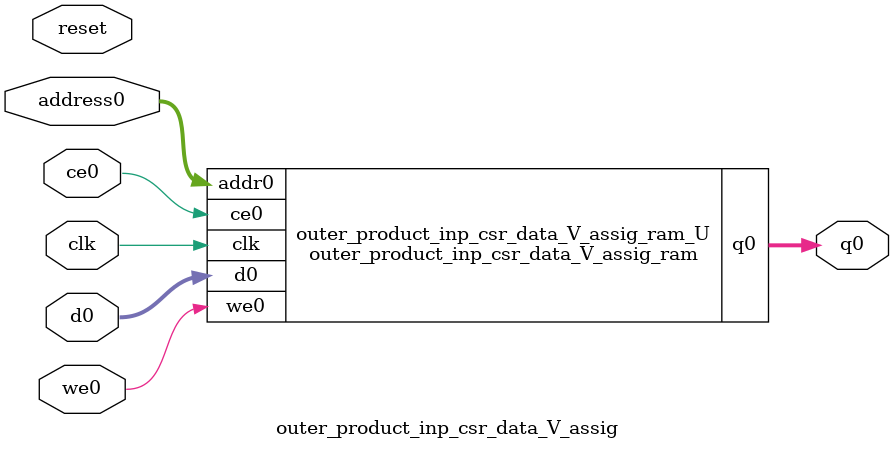
<source format=v>
`timescale 1 ns / 1 ps
module outer_product_inp_csr_data_V_assig_ram (addr0, ce0, d0, we0, q0,  clk);

parameter DWIDTH = 32;
parameter AWIDTH = 18;
parameter MEM_SIZE = 244036;

input[AWIDTH-1:0] addr0;
input ce0;
input[DWIDTH-1:0] d0;
input we0;
output reg[DWIDTH-1:0] q0;
input clk;

(* ram_style = "block" *)reg [DWIDTH-1:0] ram[0:MEM_SIZE-1];




always @(posedge clk)  
begin 
    if (ce0) 
    begin
        if (we0) 
        begin 
            ram[addr0] <= d0; 
        end 
        q0 <= ram[addr0];
    end
end


endmodule

`timescale 1 ns / 1 ps
module outer_product_inp_csr_data_V_assig(
    reset,
    clk,
    address0,
    ce0,
    we0,
    d0,
    q0);

parameter DataWidth = 32'd32;
parameter AddressRange = 32'd244036;
parameter AddressWidth = 32'd18;
input reset;
input clk;
input[AddressWidth - 1:0] address0;
input ce0;
input we0;
input[DataWidth - 1:0] d0;
output[DataWidth - 1:0] q0;



outer_product_inp_csr_data_V_assig_ram outer_product_inp_csr_data_V_assig_ram_U(
    .clk( clk ),
    .addr0( address0 ),
    .ce0( ce0 ),
    .we0( we0 ),
    .d0( d0 ),
    .q0( q0 ));

endmodule


</source>
